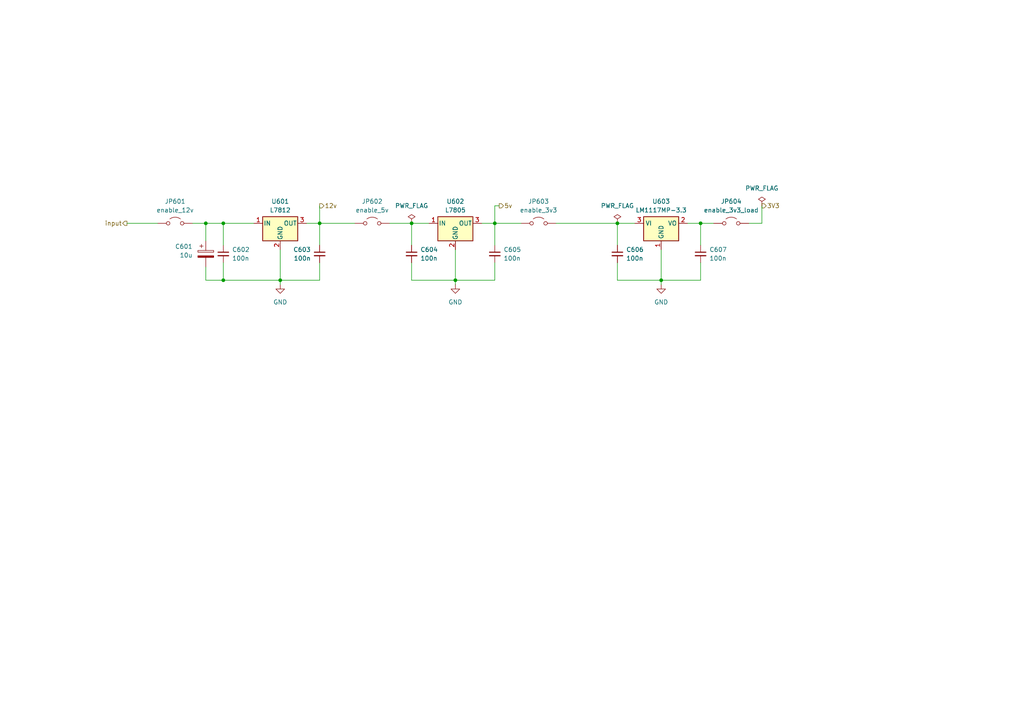
<source format=kicad_sch>
(kicad_sch (version 20231120) (generator "eeschema") (generator_version "8.0")
  (paper "A4")
  (lib_symbols
    (symbol "Device:C_Polarized" (pin_numbers hide) (pin_names (offset 0.254))
      (property "Reference" "C" (at 0.635 2.54 0))
      (property "Value" "C_Polarized" (at 0.635 -2.54 0))
      (symbol "C_Polarized_0_1"
        (rectangle (start -2.286 0.508) (end 2.286 1.016))
        (polyline (pts (xy -1.778 2.286) (xy -0.762 2.286)))
        (polyline (pts (xy -1.27 2.794) (xy -1.27 1.778)))
        (rectangle (start 2.286 -0.508) (end -2.286 -1.016) (fill (type outline)))
      )
      (symbol "C_Polarized_1_1"
        (pin passive line (at 0 3.81 270) (length 2.794) (name "~") (number "1"))
        (pin passive line (at 0 -3.81 90) (length 2.794) (name "~") (number "2"))
      )
    )
    (symbol "Device:C_Small" (pin_numbers hide) (pin_names (offset 0.254) hide)
      (property "Reference" "C" (at 0.254 1.778 0))
      (property "Value" "C_Small" (at 0.254 -2.032 0))
      (symbol "C_Small_0_1"
        (polyline (pts (xy -1.524 -0.508) (xy 1.524 -0.508)) (stroke (width 0.3302)))
        (polyline (pts (xy -1.524 0.508) (xy 1.524 0.508)) (stroke (width 0.3048)))
      )
      (symbol "C_Small_1_1"
        (pin passive line (at 0 2.54 270) (length 2.032) (name "~") (number "1"))
        (pin passive line (at 0 -2.54 90) (length 2.032) (name "~") (number "2"))
      )
    )
    (symbol "Jumper:Jumper_2_Open" (pin_numbers hide) (pin_names (offset 0) hide) (exclude_from_sim yes)
      (property "Reference" "JP" (at 0 2.794 0))
      (property "Value" "Jumper_2_Open" (at 0 -2.286 0))
      (symbol "Jumper_2_Open_0_0"
        (circle (center -2.032 0) (radius 0.508))
        (circle (center 2.032 0) (radius 0.508))
      )
      (symbol "Jumper_2_Open_0_1"
        (arc (start 1.524 1.27) (mid 0 1.778) (end -1.524 1.27))
      )
      (symbol "Jumper_2_Open_1_1"
        (pin passive line (at -5.08 0 0) (length 2.54) (name "A") (number "1"))
        (pin passive line (at 5.08 0 180) (length 2.54) (name "B") (number "2"))
      )
    )
    (symbol "Regulator_Linear:L7805" (pin_names (offset 0.254))
      (property "Reference" "U" (at -3.81 3.175 0))
      (property "Value" "L7805" (at 0 3.175 0))
      (symbol "L7805_0_1"
        (rectangle (start -5.08 1.905) (end 5.08 -5.08) (stroke (width 0.254)) (fill (type background)))
      )
      (symbol "L7805_1_1"
        (pin power_in line (at -7.62 0 0) (length 2.54) (name "IN") (number "1"))
        (pin power_in line (at 0 -7.62 90) (length 2.54) (name "GND") (number "2"))
        (pin power_out line (at 7.62 0 180) (length 2.54) (name "OUT") (number "3"))
      )
    )
    (symbol "Regulator_Linear:L7812" (pin_names (offset 0.254))
      (property "Reference" "U" (at -3.81 3.175 0))
      (property "Value" "L7812" (at 0 3.175 0))
      (symbol "L7812_0_1"
        (rectangle (start -5.08 1.905) (end 5.08 -5.08) (stroke (width 0.254)) (fill (type background)))
      )
      (symbol "L7812_1_1"
        (pin power_in line (at -7.62 0 0) (length 2.54) (name "IN") (number "1"))
        (pin power_in line (at 0 -7.62 90) (length 2.54) (name "GND") (number "2"))
        (pin power_out line (at 7.62 0 180) (length 2.54) (name "OUT") (number "3"))
      )
    )
    (symbol "Regulator_Linear:LM1117MP-3.3"
      (property "Reference" "U" (at -3.81 3.175 0))
      (property "Value" "LM1117MP-3.3" (at 0 3.175 0))
      (symbol "LM1117MP-3.3_0_1"
        (rectangle (start -5.08 -5.08) (end 5.08 1.905) (stroke (width 0.254)) (fill (type background)))
      )
      (symbol "LM1117MP-3.3_1_1"
        (pin power_in line (at 0 -7.62 90) (length 2.54) (name "GND") (number "1"))
        (pin power_out line (at 7.62 0 180) (length 2.54) (name "VO") (number "2"))
        (pin power_in line (at -7.62 0 0) (length 2.54) (name "VI") (number "3"))
      )
    )
    (symbol "power:GND" (power) (pin_numbers hide) (pin_names (offset 0) hide)
      (property "Value" "GND" (at 0 -3.81 0))
      (symbol "GND_0_1"
        (polyline (pts (xy 0 0) (xy 0 -1.27) (xy 1.27 -1.27) (xy 0 -2.54) (xy -1.27 -1.27) (xy 0 -1.27)))
      )
      (symbol "GND_1_1"
        (pin power_in line (at 0 0 270) (length 0) (name "~") (number "1"))
      )
    )
    (symbol "power:PWR_FLAG" (power) (pin_numbers hide) (pin_names (offset 0) hide)
      (property "Value" "PWR_FLAG" (at 0 3.81 0))
      (symbol "PWR_FLAG_0_0"
        (pin power_out line (at 0 0 90) (length 0) (name "~") (number "1"))
      )
      (symbol "PWR_FLAG_0_1"
        (polyline (pts (xy 0 0) (xy 0 1.27) (xy -1.016 1.905) (xy 0 2.54) (xy 1.016 1.905) (xy 0 1.27)))
      )
    )
  )
  (junction (at 59.69 64.77))
  (junction (at 119.38 64.77))
  (junction (at 92.71 64.77))
  (junction (at 143.51 64.77))
  (junction (at 64.77 81.28))
  (junction (at 132.08 81.28))
  (junction (at 179.07 64.77))
  (junction (at 64.77 64.77))
  (junction (at 191.77 81.28))
  (junction (at 203.2 64.77))
  (junction (at 81.28 81.28))
  (wire (pts (xy 191.77 72.39) (xy 191.77 81.28)))
  (wire (pts (xy 179.07 64.77) (xy 184.15 64.77)))
  (wire (pts (xy 92.71 64.77) (xy 92.71 71.12)))
  (wire (pts (xy 179.07 76.2) (xy 179.07 81.28)))
  (wire (pts (xy 36.83 64.77) (xy 45.72 64.77)))
  (wire (pts (xy 81.28 81.28) (xy 81.28 82.55)))
  (wire (pts (xy 92.71 59.69) (xy 92.71 64.77)))
  (wire (pts (xy 220.98 59.69) (xy 220.98 64.77)))
  (wire (pts (xy 119.38 64.77) (xy 124.46 64.77)))
  (wire (pts (xy 179.07 81.28) (xy 191.77 81.28)))
  (wire (pts (xy 199.39 64.77) (xy 203.2 64.77)))
  (wire (pts (xy 132.08 72.39) (xy 132.08 81.28)))
  (wire (pts (xy 119.38 64.77) (xy 119.38 71.12)))
  (wire (pts (xy 64.77 76.2) (xy 64.77 81.28)))
  (wire (pts (xy 81.28 72.39) (xy 81.28 81.28)))
  (wire (pts (xy 119.38 76.2) (xy 119.38 81.28)))
  (wire (pts (xy 161.29 64.77) (xy 179.07 64.77)))
  (wire (pts (xy 132.08 81.28) (xy 143.51 81.28)))
  (wire (pts (xy 132.08 81.28) (xy 132.08 82.55)))
  (wire (pts (xy 64.77 64.77) (xy 73.66 64.77)))
  (wire (pts (xy 59.69 77.47) (xy 59.69 81.28)))
  (wire (pts (xy 203.2 81.28) (xy 203.2 76.2)))
  (wire (pts (xy 64.77 81.28) (xy 81.28 81.28)))
  (wire (pts (xy 81.28 81.28) (xy 92.71 81.28)))
  (wire (pts (xy 217.17 64.77) (xy 220.98 64.77)))
  (wire (pts (xy 143.51 81.28) (xy 143.51 76.2)))
  (wire (pts (xy 55.88 64.77) (xy 59.69 64.77)))
  (wire (pts (xy 119.38 81.28) (xy 132.08 81.28)))
  (wire (pts (xy 143.51 64.77) (xy 143.51 71.12)))
  (wire (pts (xy 203.2 64.77) (xy 203.2 71.12)))
  (wire (pts (xy 113.03 64.77) (xy 119.38 64.77)))
  (wire (pts (xy 59.69 64.77) (xy 64.77 64.77)))
  (wire (pts (xy 191.77 81.28) (xy 191.77 82.55)))
  (wire (pts (xy 191.77 81.28) (xy 203.2 81.28)))
  (wire (pts (xy 143.51 64.77) (xy 151.13 64.77)))
  (wire (pts (xy 92.71 64.77) (xy 102.87 64.77)))
  (wire (pts (xy 59.69 64.77) (xy 59.69 69.85)))
  (wire (pts (xy 64.77 64.77) (xy 64.77 71.12)))
  (wire (pts (xy 139.7 64.77) (xy 143.51 64.77)))
  (wire (pts (xy 59.69 81.28) (xy 64.77 81.28)))
  (wire (pts (xy 88.9 64.77) (xy 92.71 64.77)))
  (wire (pts (xy 92.71 81.28) (xy 92.71 76.2)))
  (wire (pts (xy 203.2 64.77) (xy 207.01 64.77)))
  (wire (pts (xy 144.78 59.69) (xy 143.51 59.69)))
  (wire (pts (xy 143.51 59.69) (xy 143.51 64.77)))
  (wire (pts (xy 179.07 64.77) (xy 179.07 71.12)))
  (hierarchical_label "input" (shape output) (at 36.83 64.77 180))
  (hierarchical_label "3V3" (shape output) (at 220.98 59.69 0))
  (hierarchical_label "5v" (shape output) (at 144.78 59.69 0))
  (hierarchical_label "12v" (shape output) (at 92.71 59.69 0))
  (symbol (lib_id "Device:C_Small") (at 203.2 73.66 0) (unit 1)
    (property "Reference" "C607" (at 205.74 72.3962 0) (effects (justify left)))
    (property "Value" "100n" (at 205.74 74.9362 0) (effects (justify left)))
    (property "Footprint" "Capacitor_SMD:C_0805_2012Metric_Pad1.18x1.45mm_HandSolder" (effects (hide yes)))
    (property "Description" "Unpolarized capacitor, small symbol" (effects (hide yes)))
  )
  (symbol (lib_id "Jumper:Jumper_2_Open") (at 50.8 64.77 0) (unit 1) (exclude_from_sim yes)
    (property "Reference" "JP601" (at 50.8 58.42 0))
    (property "Value" "enable_12v" (at 50.8 60.96 0))
    (property "Footprint" "Load:SolderJumper-2_P1.3mm_Open_TrianglePad1.0x1.5mm" (effects (hide yes)))
    (property "Description" "Jumper, 2-pole, open" (effects (hide yes)))
  )
  (symbol (lib_id "Device:C_Small") (at 119.38 73.66 0) (unit 1)
    (property "Reference" "C604" (at 121.92 72.3962 0) (effects (justify left)))
    (property "Value" "100n" (at 121.92 74.9362 0) (effects (justify left)))
    (property "Footprint" "Capacitor_SMD:C_0805_2012Metric_Pad1.18x1.45mm_HandSolder" (effects (hide yes)))
    (property "Description" "Unpolarized capacitor, small symbol" (effects (hide yes)))
  )
  (symbol (lib_id "power:PWR_FLAG") (at 220.98 59.69 0) (unit 1)
    (property "Reference" "#FLG0603" (effects (hide yes)))
    (property "Value" "PWR_FLAG" (at 220.98 54.61 0))
    (property "Description" "Special symbol for telling ERC where power comes from" (effects (hide yes)))
  )
  (symbol (lib_id "Device:C_Small") (at 92.71 73.66 0) (mirror y) (unit 1)
    (property "Reference" "C603" (at 90.17 72.3962 0) (effects (justify left)))
    (property "Value" "100n" (at 90.17 74.9362 0) (effects (justify left)))
    (property "Footprint" "Capacitor_SMD:C_0805_2012Metric_Pad1.18x1.45mm_HandSolder" (effects (hide yes)))
    (property "Description" "Unpolarized capacitor, small symbol" (effects (hide yes)))
  )
  (symbol (lib_id "power:GND") (at 81.28 82.55 0) (unit 1)
    (property "Reference" "#PWR0601" (effects (hide yes)))
    (property "Value" "GND" (at 81.28 87.63 0))
    (property "Description" "Power symbol creates a global label with name \"GND\" , ground" (effects (hide yes)))
  )
  (symbol (lib_id "Jumper:Jumper_2_Open") (at 156.21 64.77 0) (unit 1) (exclude_from_sim yes)
    (property "Reference" "JP603" (at 156.21 58.42 0))
    (property "Value" "enable_3v3" (at 156.21 60.96 0))
    (property "Footprint" "Load:SolderJumper-2_P1.3mm_Open_TrianglePad1.0x1.5mm" (effects (hide yes)))
    (property "Description" "Jumper, 2-pole, open" (effects (hide yes)))
  )
  (symbol (lib_id "power:PWR_FLAG") (at 119.38 64.77 0) (unit 1)
    (property "Reference" "#FLG0602" (effects (hide yes)))
    (property "Value" "PWR_FLAG" (at 119.38 59.69 0))
    (property "Description" "Special symbol for telling ERC where power comes from" (effects (hide yes)))
  )
  (symbol (lib_id "Device:C_Small") (at 179.07 73.66 0) (unit 1)
    (property "Reference" "C606" (at 181.61 72.3962 0) (effects (justify left)))
    (property "Value" "100n" (at 181.61 74.9362 0) (effects (justify left)))
    (property "Footprint" "Capacitor_SMD:C_0805_2012Metric_Pad1.18x1.45mm_HandSolder" (effects (hide yes)))
    (property "Description" "Unpolarized capacitor, small symbol" (effects (hide yes)))
  )
  (symbol (lib_id "power:PWR_FLAG") (at 179.07 64.77 0) (unit 1)
    (property "Reference" "#FLG0601" (effects (hide yes)))
    (property "Value" "PWR_FLAG" (at 179.07 59.69 0))
    (property "Description" "Special symbol for telling ERC where power comes from" (effects (hide yes)))
  )
  (symbol (lib_id "Device:C_Small") (at 64.77 73.66 0) (unit 1)
    (property "Reference" "C602" (at 67.31 72.3962 0) (effects (justify left)))
    (property "Value" "100n" (at 67.31 74.9362 0) (effects (justify left)))
    (property "Footprint" "Capacitor_SMD:C_0805_2012Metric_Pad1.18x1.45mm_HandSolder" (effects (hide yes)))
    (property "Description" "Unpolarized capacitor, small symbol" (effects (hide yes)))
  )
  (symbol (lib_id "Jumper:Jumper_2_Open") (at 107.95 64.77 0) (unit 1) (exclude_from_sim yes)
    (property "Reference" "JP602" (at 107.95 58.42 0))
    (property "Value" "enable_5v" (at 107.95 60.96 0))
    (property "Footprint" "Load:SolderJumper-2_P1.3mm_Open_TrianglePad1.0x1.5mm" (effects (hide yes)))
    (property "Description" "Jumper, 2-pole, open" (effects (hide yes)))
  )
  (symbol (lib_id "Regulator_Linear:LM1117MP-3.3") (at 191.77 64.77 0) (unit 1)
    (property "Reference" "U603" (at 191.77 58.42 0))
    (property "Value" "LM1117MP-3.3" (at 191.77 60.96 0))
    (property "Footprint" "Package_TO_SOT_SMD:SOT-223-3_TabPin2" (effects (hide yes)))
    (property "Datasheet" "http://www.ti.com/lit/ds/symlink/lm1117.pdf" (effects (hide yes)))
    (property "Description" "800mA Low-Dropout Linear Regulator, 3.3V fixed output, SOT-223" (effects (hide yes)))
  )
  (symbol (lib_id "Regulator_Linear:L7812") (at 81.28 64.77 0) (unit 1)
    (property "Reference" "U601" (at 81.28 58.42 0))
    (property "Value" "L7812" (at 81.28 60.96 0))
    (property "Footprint" "Package_TO_SOT_THT:TO-220-3_Vertical" (effects (hide yes)))
    (property "Datasheet" "http://www.st.com/content/ccc/resource/technical/document/datasheet/41/4f/b3/b0/12/d4/47/88/CD00000444.pdf/files/CD00000444.pdf/jcr:content/translations/en.CD00000444.pdf" (effects (hide yes)))
    (property "Description" "Positive 1.5A 35V Linear Regulator, Fixed Output 12V, TO-220/TO-263/TO-252" (effects (hide yes)))
  )
  (symbol (lib_id "Device:C_Small") (at 143.51 73.66 0) (unit 1)
    (property "Reference" "C605" (at 146.05 72.3962 0) (effects (justify left)))
    (property "Value" "100n" (at 146.05 74.9362 0) (effects (justify left)))
    (property "Footprint" "Capacitor_SMD:C_0805_2012Metric_Pad1.18x1.45mm_HandSolder" (effects (hide yes)))
    (property "Description" "Unpolarized capacitor, small symbol" (effects (hide yes)))
  )
  (symbol (lib_id "power:GND") (at 191.77 82.55 0) (unit 1)
    (property "Reference" "#PWR0603" (effects (hide yes)))
    (property "Value" "GND" (at 191.77 87.63 0))
    (property "Description" "Power symbol creates a global label with name \"GND\" , ground" (effects (hide yes)))
  )
  (symbol (lib_id "Jumper:Jumper_2_Open") (at 212.09 64.77 0) (unit 1) (exclude_from_sim yes)
    (property "Reference" "JP604" (at 212.09 58.42 0))
    (property "Value" "enable_3v3_load" (at 212.09 60.96 0))
    (property "Footprint" "Load:SolderJumper-2_P1.3mm_Open_TrianglePad1.0x1.5mm" (effects (hide yes)))
    (property "Description" "Jumper, 2-pole, open" (effects (hide yes)))
  )
  (symbol (lib_id "power:GND") (at 132.08 82.55 0) (unit 1)
    (property "Reference" "#PWR0602" (effects (hide yes)))
    (property "Value" "GND" (at 132.08 87.63 0))
    (property "Description" "Power symbol creates a global label with name \"GND\" , ground" (effects (hide yes)))
  )
  (symbol (lib_id "Regulator_Linear:L7805") (at 132.08 64.77 0) (unit 1)
    (property "Reference" "U602" (at 132.08 58.42 0))
    (property "Value" "L7805" (at 132.08 60.96 0))
    (property "Footprint" "Package_TO_SOT_THT:TO-220-3_Vertical" (effects (hide yes)))
    (property "Datasheet" "http://www.st.com/content/ccc/resource/technical/document/datasheet/41/4f/b3/b0/12/d4/47/88/CD00000444.pdf/files/CD00000444.pdf/jcr:content/translations/en.CD00000444.pdf" (effects (hide yes)))
    (property "Description" "Positive 1.5A 35V Linear Regulator, Fixed Output 5V, TO-220/TO-263/TO-252" (effects (hide yes)))
  )
  (symbol (lib_id "Device:C_Polarized") (at 59.69 73.66 0) (unit 1)
    (property "Reference" "C601" (at 55.88 71.5009 0) (effects (justify right)))
    (property "Value" "10u" (at 55.88 74.0409 0) (effects (justify right)))
    (property "Footprint" "Capacitor_THT:CP_Radial_D8.0mm_P3.50mm" (effects (hide yes)))
    (property "Description" "Polarized capacitor" (effects (hide yes)))
  )
)
</source>
